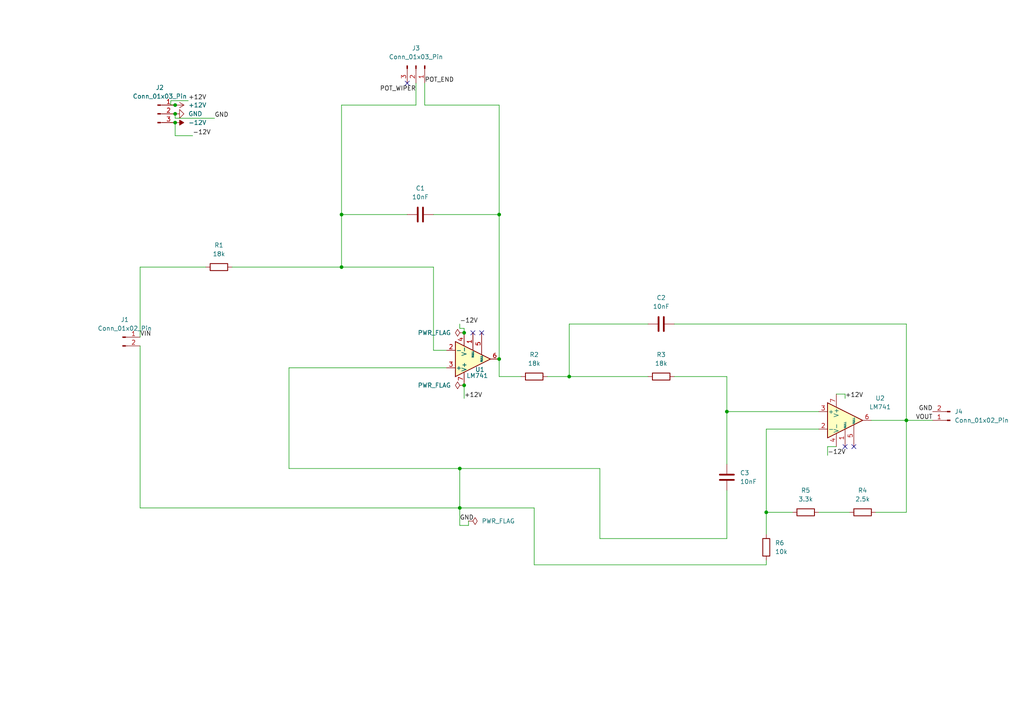
<source format=kicad_sch>
(kicad_sch (version 20250114) (generator "eeschema") (generator_version "9.0")
  (paper "A4")
  (lib_symbols
    (symbol "Amplifier_Operational:LM741" (pin_names (offset 0.127))
      (property "Reference" "U" (at 0 6.35 0))
      (property "Value" "LM741" (at 0 3.81 0))
      (symbol "LM741_0_1"
        (polyline (pts (xy -5.08 5.08) (xy 5.08 0) (xy -5.08 -5.08) (xy -5.08 5.08)) (stroke (width 0.254)) (fill (type background)))
      )
      (symbol "LM741_1_1"
        (pin input line (at -7.62 2.54 0) (length 2.54) (name "+") (number "3"))
        (pin input line (at -7.62 -2.54 0) (length 2.54) (name "-") (number "2"))
        (pin power_in line (at -2.54 7.62 270) (length 3.81) (name "V+") (number "7"))
        (pin power_in line (at -2.54 -7.62 90) (length 3.81) (name "V-") (number "4"))
        (pin no_connect line (at 0 2.54 270) (length 2.54) (hide yes) (name "NC") (number "8"))
        (pin input line (at 0 -7.62 90) (length 5.08) (name "NULL") (number "1"))
        (pin input line (at 2.54 -7.62 90) (length 6.35) (name "NULL") (number "5"))
        (pin output line (at 7.62 0 180) (length 2.54) (name "~") (number "6"))
      )
    )
    (symbol "Connector:Conn_01x02_Pin" (pin_names (offset 1.016) (hide yes))
      (property "Reference" "J" (at 0 2.54 0))
      (property "Value" "Conn_01x02_Pin" (at 0 -5.08 0))
      (symbol "Conn_01x02_Pin_1_1"
        (rectangle (start 0.8636 0.127) (end 0 -0.127) (stroke (width 0.1524)) (fill (type outline)))
        (rectangle (start 0.8636 -2.413) (end 0 -2.667) (stroke (width 0.1524)) (fill (type outline)))
        (polyline (pts (xy 1.27 0) (xy 0.8636 0)) (stroke (width 0.1524)))
        (polyline (pts (xy 1.27 -2.54) (xy 0.8636 -2.54)) (stroke (width 0.1524)))
        (pin passive line (at 5.08 0 180) (length 3.81) (name "Pin_1") (number "1"))
        (pin passive line (at 5.08 -2.54 180) (length 3.81) (name "Pin_2") (number "2"))
      )
    )
    (symbol "Connector:Conn_01x03_Pin" (pin_names (offset 1.016) (hide yes))
      (property "Reference" "J" (at 0 5.08 0))
      (property "Value" "Conn_01x03_Pin" (at 0 -5.08 0))
      (symbol "Conn_01x03_Pin_1_1"
        (rectangle (start 0.8636 2.667) (end 0 2.413) (stroke (width 0.1524)) (fill (type outline)))
        (rectangle (start 0.8636 0.127) (end 0 -0.127) (stroke (width 0.1524)) (fill (type outline)))
        (rectangle (start 0.8636 -2.413) (end 0 -2.667) (stroke (width 0.1524)) (fill (type outline)))
        (polyline (pts (xy 1.27 2.54) (xy 0.8636 2.54)) (stroke (width 0.1524)))
        (polyline (pts (xy 1.27 0) (xy 0.8636 0)) (stroke (width 0.1524)))
        (polyline (pts (xy 1.27 -2.54) (xy 0.8636 -2.54)) (stroke (width 0.1524)))
        (pin passive line (at 5.08 2.54 180) (length 3.81) (name "Pin_1") (number "1"))
        (pin passive line (at 5.08 0 180) (length 3.81) (name "Pin_2") (number "2"))
        (pin passive line (at 5.08 -2.54 180) (length 3.81) (name "Pin_3") (number "3"))
      )
    )
    (symbol "Device:C" (pin_numbers (hide yes)) (pin_names (offset 0.254))
      (property "Reference" "C" (at 0.635 2.54 0))
      (property "Value" "C" (at 0.635 -2.54 0))
      (symbol "C_0_1"
        (polyline (pts (xy -2.032 0.762) (xy 2.032 0.762)) (stroke (width 0.508)))
        (polyline (pts (xy -2.032 -0.762) (xy 2.032 -0.762)) (stroke (width 0.508)))
      )
      (symbol "C_1_1"
        (pin passive line (at 0 3.81 270) (length 2.794) (name "~") (number "1"))
        (pin passive line (at 0 -3.81 90) (length 2.794) (name "~") (number "2"))
      )
    )
    (symbol "Device:R" (pin_numbers (hide yes)) (pin_names (offset 0))
      (property "Reference" "R" (at 2.032 0 90))
      (property "Value" "R" (at 0 0 90))
      (symbol "R_0_1"
        (rectangle (start -1.016 -2.54) (end 1.016 2.54) (stroke (width 0.254)))
      )
      (symbol "R_1_1"
        (pin passive line (at 0 3.81 270) (length 1.27) (name "~") (number "1"))
        (pin passive line (at 0 -3.81 90) (length 1.27) (name "~") (number "2"))
      )
    )
    (symbol "power:+12V" (power) (pin_numbers (hide yes)) (pin_names (offset 0) (hide yes))
      (property "Value" "+12V" (at 0 3.556 0))
      (symbol "+12V_0_1"
        (polyline (pts (xy -0.762 1.27) (xy 0 2.54)))
        (polyline (pts (xy 0 2.54) (xy 0.762 1.27)))
        (polyline (pts (xy 0 0) (xy 0 2.54)))
      )
      (symbol "+12V_1_1"
        (pin power_in line (at 0 0 90) (length 0) (name "~") (number "1"))
      )
    )
    (symbol "power:-12V" (power) (pin_numbers (hide yes)) (pin_names (offset 0) (hide yes))
      (property "Value" "-12V" (at 0 3.556 0))
      (symbol "-12V_0_0"
        (pin power_in line (at 0 0 90) (length 0) (name "~") (number "1"))
      )
      (symbol "-12V_0_1"
        (polyline (pts (xy 0 0) (xy 0 1.27) (xy 0.762 1.27) (xy 0 2.54) (xy -0.762 1.27) (xy 0 1.27)) (fill (type outline)))
      )
    )
    (symbol "power:GND" (power) (pin_numbers (hide yes)) (pin_names (offset 0) (hide yes))
      (property "Value" "GND" (at 0 -3.81 0))
      (symbol "GND_0_1"
        (polyline (pts (xy 0 0) (xy 0 -1.27) (xy 1.27 -1.27) (xy 0 -2.54) (xy -1.27 -1.27) (xy 0 -1.27)))
      )
      (symbol "GND_1_1"
        (pin power_in line (at 0 0 270) (length 0) (name "~") (number "1"))
      )
    )
    (symbol "power:PWR_FLAG" (power) (pin_numbers (hide yes)) (pin_names (offset 0) (hide yes))
      (property "Value" "PWR_FLAG" (at 0 3.81 0))
      (symbol "PWR_FLAG_0_0"
        (pin power_out line (at 0 0 90) (length 0) (name "~") (number "1"))
      )
      (symbol "PWR_FLAG_0_1"
        (polyline (pts (xy 0 0) (xy 0 1.27) (xy -1.016 1.905) (xy 0 2.54) (xy 1.016 1.905) (xy 0 1.27)))
      )
    )
  )
  (junction (at 134.62 111.76))
  (junction (at 50.8 35.56))
  (junction (at 144.78 62.23))
  (junction (at 99.06 77.47))
  (junction (at 133.35 147.32))
  (junction (at 134.62 96.52))
  (junction (at 210.82 119.38))
  (junction (at 99.06 62.23))
  (junction (at 262.89 121.92))
  (junction (at 50.8 33.02))
  (junction (at 133.35 135.89))
  (junction (at 144.78 104.14))
  (junction (at 222.25 148.59))
  (junction (at 165.1 109.22))
  (junction (at 50.8 30.48))
  (no_connect (at 118.11 24.13))
  (no_connect (at 247.65 129.54))
  (no_connect (at 139.7 96.52))
  (no_connect (at 245.11 129.54))
  (no_connect (at 137.16 96.52))
  (wire (pts (xy 135.89 151.13) (xy 135.89 152.4)))
  (wire (pts (xy 237.49 124.46) (xy 222.25 124.46)))
  (wire (pts (xy 144.78 104.14) (xy 144.78 62.23)))
  (wire (pts (xy 210.82 156.21) (xy 173.99 156.21)))
  (wire (pts (xy 133.35 135.89) (xy 83.82 135.89)))
  (wire (pts (xy 133.35 93.98) (xy 133.35 95.25)))
  (wire (pts (xy 195.58 109.22) (xy 210.82 109.22)))
  (wire (pts (xy 144.78 104.14) (xy 144.78 109.22)))
  (wire (pts (xy 134.62 95.25) (xy 134.62 96.52)))
  (wire (pts (xy 242.57 114.3) (xy 245.11 114.3)))
  (wire (pts (xy 254 148.59) (xy 262.89 148.59)))
  (wire (pts (xy 262.89 121.92) (xy 270.51 121.92)))
  (wire (pts (xy 49.53 30.48) (xy 49.53 29.21)))
  (wire (pts (xy 154.94 147.32) (xy 154.94 163.83)))
  (wire (pts (xy 135.89 152.4) (xy 133.35 152.4)))
  (wire (pts (xy 173.99 135.89) (xy 133.35 135.89)))
  (wire (pts (xy 50.8 34.29) (xy 62.23 34.29)))
  (wire (pts (xy 40.64 77.47) (xy 40.64 97.79)))
  (wire (pts (xy 210.82 142.24) (xy 210.82 156.21)))
  (wire (pts (xy 129.54 106.68) (xy 83.82 106.68)))
  (wire (pts (xy 195.58 93.98) (xy 262.89 93.98)))
  (wire (pts (xy 125.73 62.23) (xy 144.78 62.23)))
  (wire (pts (xy 222.25 124.46) (xy 222.25 148.59)))
  (wire (pts (xy 144.78 109.22) (xy 151.13 109.22)))
  (wire (pts (xy 210.82 119.38) (xy 210.82 134.62)))
  (wire (pts (xy 222.25 154.94) (xy 222.25 148.59)))
  (wire (pts (xy 133.35 135.89) (xy 133.35 147.32)))
  (wire (pts (xy 40.64 100.33) (xy 40.64 147.32)))
  (wire (pts (xy 50.8 30.48) (xy 49.53 30.48)))
  (wire (pts (xy 158.75 109.22) (xy 165.1 109.22)))
  (wire (pts (xy 125.73 101.6) (xy 129.54 101.6)))
  (wire (pts (xy 133.35 95.25) (xy 134.62 95.25)))
  (wire (pts (xy 50.8 33.02) (xy 50.8 34.29)))
  (wire (pts (xy 165.1 93.98) (xy 187.96 93.98)))
  (wire (pts (xy 210.82 119.38) (xy 237.49 119.38)))
  (wire (pts (xy 123.19 24.13) (xy 123.19 30.48)))
  (wire (pts (xy 262.89 148.59) (xy 262.89 121.92)))
  (wire (pts (xy 99.06 77.47) (xy 125.73 77.47)))
  (wire (pts (xy 262.89 121.92) (xy 262.89 93.98)))
  (wire (pts (xy 134.62 111.76) (xy 134.62 115.57)))
  (wire (pts (xy 99.06 30.48) (xy 99.06 62.23)))
  (wire (pts (xy 40.64 77.47) (xy 59.69 77.47)))
  (wire (pts (xy 144.78 62.23) (xy 144.78 30.48)))
  (wire (pts (xy 123.19 30.48) (xy 144.78 30.48)))
  (wire (pts (xy 133.35 147.32) (xy 154.94 147.32)))
  (wire (pts (xy 245.11 114.3) (xy 245.11 115.57)))
  (wire (pts (xy 165.1 109.22) (xy 187.96 109.22)))
  (wire (pts (xy 67.31 77.47) (xy 99.06 77.47)))
  (wire (pts (xy 154.94 163.83) (xy 222.25 163.83)))
  (wire (pts (xy 99.06 62.23) (xy 99.06 77.47)))
  (wire (pts (xy 165.1 93.98) (xy 165.1 109.22)))
  (wire (pts (xy 133.35 147.32) (xy 133.35 152.4)))
  (wire (pts (xy 210.82 109.22) (xy 210.82 119.38)))
  (wire (pts (xy 237.49 148.59) (xy 246.38 148.59)))
  (wire (pts (xy 242.57 129.54) (xy 240.03 129.54)))
  (wire (pts (xy 40.64 147.32) (xy 133.35 147.32)))
  (wire (pts (xy 50.8 35.56) (xy 50.8 39.37)))
  (wire (pts (xy 99.06 30.48) (xy 120.65 30.48)))
  (wire (pts (xy 50.8 39.37) (xy 55.88 39.37)))
  (wire (pts (xy 252.73 121.92) (xy 262.89 121.92)))
  (wire (pts (xy 222.25 163.83) (xy 222.25 162.56)))
  (wire (pts (xy 99.06 62.23) (xy 118.11 62.23)))
  (wire (pts (xy 49.53 29.21) (xy 54.61 29.21)))
  (wire (pts (xy 222.25 148.59) (xy 229.87 148.59)))
  (wire (pts (xy 120.65 30.48) (xy 120.65 24.13)))
  (wire (pts (xy 125.73 77.47) (xy 125.73 101.6)))
  (wire (pts (xy 173.99 156.21) (xy 173.99 135.89)))
  (wire (pts (xy 240.03 129.54) (xy 240.03 132.08)))
  (wire (pts (xy 83.82 106.68) (xy 83.82 135.89)))
  (label "GND" (at 270.51 119.38 180))
  (label "GND" (at 62.23 34.29 0))
  (label "-12V" (at 55.88 39.37 0))
  (label "VIN" (at 40.64 97.79 0))
  (label "VOUT" (at 270.51 121.92 180))
  (label "-12V" (at 240.03 132.08 0))
  (label "POT_END" (at 123.19 24.13 0))
  (label "-12V" (at 133.35 93.98 0))
  (label "+12V" (at 54.61 29.21 0))
  (label "+12V" (at 134.62 115.57 0))
  (label "GND" (at 133.35 151.13 0))
  (label "POT_WIPER" (at 120.65 26.67 180))
  (label "+12V" (at 245.11 115.57 0))
  (symbol (lib_id "power:+12V") (at 50.8 30.48 270) (unit 1)
    (property "Reference" "#PWR6" (effects (hide yes)))
    (property "Value" "+12V" (at 54.61 30.4799 90) (effects (justify left)))
    (property "Description" "Power symbol creates a global label with name \"+12V\"" (effects (hide yes)))
  )
  (symbol (lib_id "power:GND") (at 50.8 33.02 90) (unit 1)
    (property "Reference" "#PWR8" (effects (hide yes)))
    (property "Value" "GND" (at 54.61 33.0199 90) (effects (justify right)))
    (property "Description" "Power symbol creates a global label with name \"GND\" , ground" (effects (hide yes)))
  )
  (symbol (lib_id "Connector:Conn_01x02_Pin") (at 35.56 97.79 0) (unit 1)
    (property "Reference" "J1" (at 36.195 92.71 0))
    (property "Value" "Conn_01x02_Pin" (at 36.195 95.25 0))
    (property "Footprint" "Connector_PinHeader_2.54mm:PinHeader_1x02_P2.54mm_Vertical" (effects (hide yes)))
    (property "Description" "Generic connector, single row, 01x02, script generated" (effects (hide yes)))
  )
  (symbol (lib_id "Device:R") (at 191.77 109.22 90) (unit 1)
    (property "Reference" "R3" (at 191.77 102.87 90))
    (property "Value" "18k" (at 191.77 105.41 90))
    (property "Footprint" "Resistor_THT:R_Axial_DIN0207_L6.3mm_D2.5mm_P7.62mm_Horizontal" (effects (hide yes)))
    (property "Description" "Resistor" (effects (hide yes)))
  )
  (symbol (lib_id "Device:R") (at 63.5 77.47 90) (unit 1)
    (property "Reference" "R1" (at 63.5 71.12 90))
    (property "Value" "18k" (at 63.5 73.66 90))
    (property "Footprint" "Resistor_THT:R_Axial_DIN0207_L6.3mm_D2.5mm_P7.62mm_Horizontal" (effects (hide yes)))
    (property "Description" "Resistor" (effects (hide yes)))
  )
  (symbol (lib_id "Connector:Conn_01x02_Pin") (at 275.59 121.92 180) (unit 1)
    (property "Reference" "J4" (at 276.86 119.3799 0) (effects (justify right)))
    (property "Value" "Conn_01x02_Pin" (at 276.86 121.9199 0) (effects (justify right)))
    (property "Footprint" "Connector_PinHeader_2.54mm:PinHeader_1x02_P2.54mm_Vertical" (effects (hide yes)))
    (property "Description" "Generic connector, single row, 01x02, script generated" (effects (hide yes)))
  )
  (symbol (lib_id "power:PWR_FLAG") (at 134.62 96.52 90) (unit 1)
    (property "Reference" "#FLG4" (effects (hide yes)))
    (property "Value" "PWR_FLAG" (at 130.81 96.5199 90) (effects (justify left)))
    (property "Description" "Special symbol for telling ERC where power comes from" (effects (hide yes)))
  )
  (symbol (lib_id "Amplifier_Operational:LM741") (at 137.16 104.14 0) (mirror x) (unit 1)
    (property "Reference" "U1" (at 139.192 107.188 0))
    (property "Value" "LM741" (at 138.43 108.966 0))
    (property "Footprint" "Package_DIP:DIP-8_W7.62mm" (effects (hide yes)))
    (property "Datasheet" "http://www.ti.com/lit/ds/symlink/lm741.pdf" (effects (hide yes)))
    (property "Description" "Operational Amplifier, DIP-8/TO-99-8" (effects (hide yes)))
  )
  (symbol (lib_id "Device:R") (at 154.94 109.22 90) (unit 1)
    (property "Reference" "R2" (at 154.94 102.87 90))
    (property "Value" "18k" (at 154.94 105.41 90))
    (property "Footprint" "Resistor_THT:R_Axial_DIN0207_L6.3mm_D2.5mm_P7.62mm_Horizontal" (effects (hide yes)))
    (property "Description" "Resistor" (effects (hide yes)))
  )
  (symbol (lib_id "Device:R") (at 233.68 148.59 90) (unit 1)
    (property "Reference" "R5" (at 233.68 142.24 90))
    (property "Value" "3.3k" (at 233.68 144.78 90))
    (property "Footprint" "Resistor_THT:R_Axial_DIN0207_L6.3mm_D2.5mm_P7.62mm_Horizontal" (effects (hide yes)))
    (property "Description" "Resistor" (effects (hide yes)))
  )
  (symbol (lib_id "power:PWR_FLAG") (at 135.89 151.13 270) (unit 1)
    (property "Reference" "#FLG1" (effects (hide yes)))
    (property "Value" "PWR_FLAG" (at 139.7 151.1299 90) (effects (justify left)))
    (property "Description" "Special symbol for telling ERC where power comes from" (effects (hide yes)))
  )
  (symbol (lib_id "Device:C") (at 210.82 138.43 180) (unit 1)
    (property "Reference" "C3" (at 214.63 137.1599 0) (effects (justify right)))
    (property "Value" "10nF" (at 214.63 139.6999 0) (effects (justify right)))
    (property "Footprint" "Capacitor_THT:CP_Radial_D5.0mm_P2.50mm" (effects (hide yes)))
    (property "Description" "Unpolarized capacitor" (effects (hide yes)))
  )
  (symbol (lib_id "Amplifier_Operational:LM741") (at 245.11 121.92 0) (unit 1)
    (property "Reference" "U2" (at 255.27 115.4998 0))
    (property "Value" "LM741" (at 255.27 118.0398 0))
    (property "Footprint" "Package_DIP:DIP-8_W7.62mm" (effects (hide yes)))
    (property "Datasheet" "http://www.ti.com/lit/ds/symlink/lm741.pdf" (effects (hide yes)))
    (property "Description" "Operational Amplifier, DIP-8/TO-99-8" (effects (hide yes)))
  )
  (symbol (lib_id "Device:C") (at 121.92 62.23 90) (unit 1)
    (property "Reference" "C1" (at 121.92 54.61 90))
    (property "Value" "10nF" (at 121.92 57.15 90))
    (property "Footprint" "Capacitor_THT:CP_Radial_D5.0mm_P2.50mm" (effects (hide yes)))
    (property "Description" "Unpolarized capacitor" (effects (hide yes)))
  )
  (symbol (lib_id "Device:R") (at 222.25 158.75 180) (unit 1)
    (property "Reference" "R6" (at 224.79 157.4799 0) (effects (justify right)))
    (property "Value" "10k" (at 224.79 160.0199 0) (effects (justify right)))
    (property "Footprint" "Resistor_THT:R_Axial_DIN0207_L6.3mm_D2.5mm_P7.62mm_Horizontal" (effects (hide yes)))
    (property "Description" "Resistor" (effects (hide yes)))
  )
  (symbol (lib_id "Connector:Conn_01x03_Pin") (at 45.72 33.02 0) (unit 1)
    (property "Reference" "J2" (at 46.355 25.4 0))
    (property "Value" "Conn_01x03_Pin" (at 46.355 27.94 0))
    (property "Footprint" "Connector:FanPinHeader_1x03_P2.54mm_Vertical" (effects (hide yes)))
    (property "Description" "Generic connector, single row, 01x03, script generated" (effects (hide yes)))
  )
  (symbol (lib_id "Device:C") (at 191.77 93.98 90) (unit 1)
    (property "Reference" "C2" (at 191.77 86.36 90))
    (property "Value" "10nF" (at 191.77 88.9 90))
    (property "Footprint" "Capacitor_THT:CP_Radial_D5.0mm_P2.50mm" (effects (hide yes)))
    (property "Description" "Unpolarized capacitor" (effects (hide yes)))
  )
  (symbol (lib_id "power:-12V") (at 50.8 35.56 270) (unit 1)
    (property "Reference" "#PWR7" (effects (hide yes)))
    (property "Value" "-12V" (at 54.61 35.5599 90) (effects (justify left)))
    (property "Description" "Power symbol creates a global label with name \"-12V\"" (effects (hide yes)))
  )
  (symbol (lib_id "Connector:Conn_01x03_Pin") (at 120.65 19.05 270) (unit 1)
    (property "Reference" "J3" (at 120.65 13.97 90))
    (property "Value" "Conn_01x03_Pin" (at 120.65 16.51 90))
    (property "Footprint" "Connector:FanPinHeader_1x03_P2.54mm_Vertical" (effects (hide yes)))
    (property "Description" "Generic connector, single row, 01x03, script generated" (effects (hide yes)))
  )
  (symbol (lib_id "power:PWR_FLAG") (at 134.62 111.76 90) (unit 1)
    (property "Reference" "#FLG3" (effects (hide yes)))
    (property "Value" "PWR_FLAG" (at 130.81 111.7599 90) (effects (justify left)))
    (property "Description" "Special symbol for telling ERC where power comes from" (effects (hide yes)))
  )
  (symbol (lib_id "Device:R") (at 250.19 148.59 90) (unit 1)
    (property "Reference" "R4" (at 250.19 142.24 90))
    (property "Value" "2.5k" (at 250.19 144.78 90))
    (property "Footprint" "Resistor_THT:R_Axial_DIN0207_L6.3mm_D2.5mm_P7.62mm_Horizontal" (effects (hide yes)))
    (property "Description" "Resistor" (effects (hide yes)))
  )
)
</source>
